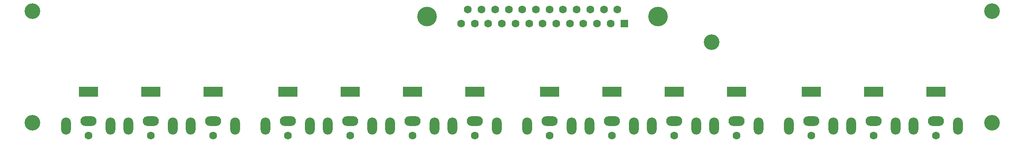
<source format=gbr>
%TF.GenerationSoftware,KiCad,Pcbnew,(5.1.10-1-10_14)*%
%TF.CreationDate,2021-07-21T12:25:41-07:00*%
%TF.ProjectId,PASCAL_switchboard,50415343-414c-45f7-9377-69746368626f,rev?*%
%TF.SameCoordinates,Original*%
%TF.FileFunction,Soldermask,Top*%
%TF.FilePolarity,Negative*%
%FSLAX46Y46*%
G04 Gerber Fmt 4.6, Leading zero omitted, Abs format (unit mm)*
G04 Created by KiCad (PCBNEW (5.1.10-1-10_14)) date 2021-07-21 12:25:41*
%MOMM*%
%LPD*%
G01*
G04 APERTURE LIST*
%ADD10C,3.200000*%
%ADD11R,1.600000X1.600000*%
%ADD12C,1.600000*%
%ADD13C,4.000000*%
%ADD14O,2.000000X3.500000*%
%ADD15O,3.300000X2.000000*%
%ADD16R,4.000000X2.000000*%
G04 APERTURE END LIST*
D10*
%TO.C,REF\u002A\u002A*%
X271780000Y-45720000D03*
%TD*%
%TO.C,REF\u002A\u002A*%
X271780000Y-68580000D03*
%TD*%
%TO.C,REF\u002A\u002A*%
X76200000Y-45720000D03*
%TD*%
%TO.C,REF\u002A\u002A*%
X214630000Y-52070000D03*
%TD*%
%TO.C,REF\u002A\u002A*%
X76200000Y-68580000D03*
%TD*%
D11*
%TO.C,DB25*%
X196850000Y-48260000D03*
D12*
X194080000Y-48260000D03*
X191310000Y-48260000D03*
X188540000Y-48260000D03*
X185770000Y-48260000D03*
X183000000Y-48260000D03*
X180230000Y-48260000D03*
X177460000Y-48260000D03*
X174690000Y-48260000D03*
X171920000Y-48260000D03*
X169150000Y-48260000D03*
X166380000Y-48260000D03*
X163610000Y-48260000D03*
X195465000Y-45420000D03*
X192695000Y-45420000D03*
X189925000Y-45420000D03*
X187155000Y-45420000D03*
X184385000Y-45420000D03*
X181615000Y-45420000D03*
X178845000Y-45420000D03*
X176075000Y-45420000D03*
X173305000Y-45420000D03*
X170535000Y-45420000D03*
X167765000Y-45420000D03*
X164995000Y-45420000D03*
D13*
X203780000Y-46840000D03*
X156680000Y-46840000D03*
%TD*%
D12*
%TO.C,12V_1*%
X166370000Y-71230000D03*
D14*
X170870000Y-69230000D03*
X161870000Y-69230000D03*
D15*
X166370000Y-68230000D03*
D16*
X166370000Y-62230000D03*
%TD*%
D12*
%TO.C,12V_2*%
X153670000Y-71230000D03*
D14*
X158170000Y-69230000D03*
X149170000Y-69230000D03*
D15*
X153670000Y-68230000D03*
D16*
X153670000Y-62230000D03*
%TD*%
%TO.C,12V_3*%
X140970000Y-62230000D03*
D15*
X140970000Y-68230000D03*
D14*
X136470000Y-69230000D03*
X145470000Y-69230000D03*
D12*
X140970000Y-71230000D03*
%TD*%
%TO.C,12V_4*%
X128270000Y-71230000D03*
D14*
X132770000Y-69230000D03*
X123770000Y-69230000D03*
D15*
X128270000Y-68230000D03*
D16*
X128270000Y-62230000D03*
%TD*%
D12*
%TO.C,24V_1*%
X113030000Y-71230000D03*
D14*
X117530000Y-69230000D03*
X108530000Y-69230000D03*
D15*
X113030000Y-68230000D03*
D16*
X113030000Y-62230000D03*
%TD*%
%TO.C,24V_2*%
X100330000Y-62230000D03*
D15*
X100330000Y-68230000D03*
D14*
X95830000Y-69230000D03*
X104830000Y-69230000D03*
D12*
X100330000Y-71230000D03*
%TD*%
%TO.C,24V_3*%
X87630000Y-71230000D03*
D14*
X92130000Y-69230000D03*
X83130000Y-69230000D03*
D15*
X87630000Y-68230000D03*
D16*
X87630000Y-62230000D03*
%TD*%
%TO.C,5V_1*%
X219710000Y-62230000D03*
D15*
X219710000Y-68230000D03*
D14*
X215210000Y-69230000D03*
X224210000Y-69230000D03*
D12*
X219710000Y-71230000D03*
%TD*%
%TO.C,5V_2*%
X207010000Y-71230000D03*
D14*
X211510000Y-69230000D03*
X202510000Y-69230000D03*
D15*
X207010000Y-68230000D03*
D16*
X207010000Y-62230000D03*
%TD*%
%TO.C,5V_3*%
X194310000Y-62230000D03*
D15*
X194310000Y-68230000D03*
D14*
X189810000Y-69230000D03*
X198810000Y-69230000D03*
D12*
X194310000Y-71230000D03*
%TD*%
D16*
%TO.C,5V_4*%
X181610000Y-62230000D03*
D15*
X181610000Y-68230000D03*
D14*
X177110000Y-69230000D03*
X186110000Y-69230000D03*
D12*
X181610000Y-71230000D03*
%TD*%
D16*
%TO.C,Free_1*%
X234950000Y-62230000D03*
D15*
X234950000Y-68230000D03*
D14*
X230450000Y-69230000D03*
X239450000Y-69230000D03*
D12*
X234950000Y-71230000D03*
%TD*%
%TO.C,Free_2*%
X247650000Y-71230000D03*
D14*
X252150000Y-69230000D03*
X243150000Y-69230000D03*
D15*
X247650000Y-68230000D03*
D16*
X247650000Y-62230000D03*
%TD*%
%TO.C,Free_3*%
X260350000Y-62230000D03*
D15*
X260350000Y-68230000D03*
D14*
X255850000Y-69230000D03*
X264850000Y-69230000D03*
D12*
X260350000Y-71230000D03*
%TD*%
M02*

</source>
